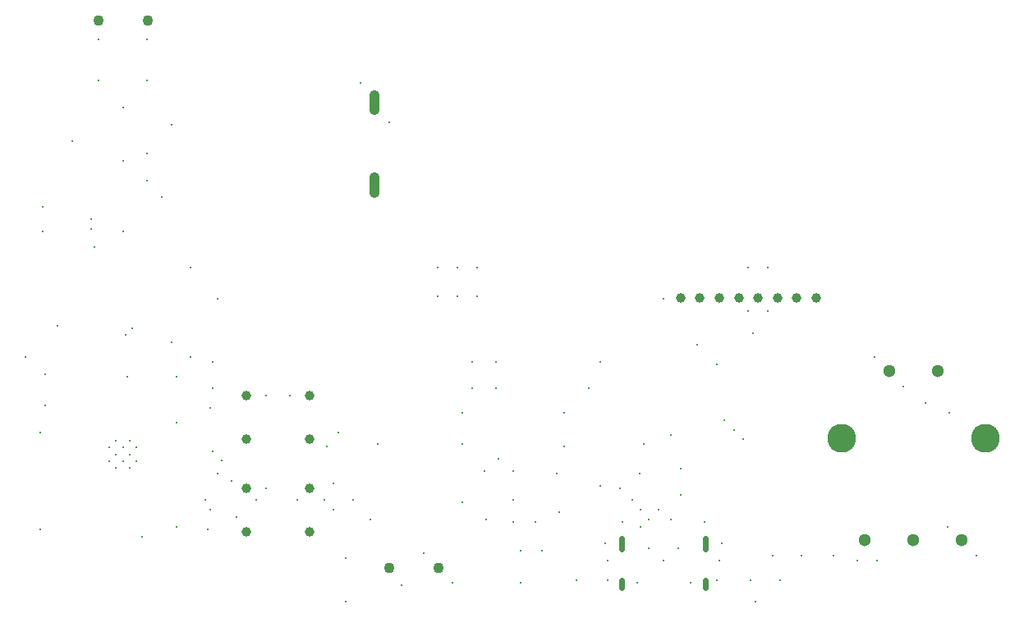
<source format=gbr>
%TF.GenerationSoftware,KiCad,Pcbnew,9.0.5*%
%TF.CreationDate,2025-10-16T17:25:58-04:00*%
%TF.ProjectId,phoenix_v2,70686f65-6e69-4785-9f76-322e6b696361,v3*%
%TF.SameCoordinates,Original*%
%TF.FileFunction,Plated,1,2,PTH,Mixed*%
%TF.FilePolarity,Positive*%
%FSLAX46Y46*%
G04 Gerber Fmt 4.6, Leading zero omitted, Abs format (unit mm)*
G04 Created by KiCad (PCBNEW 9.0.5) date 2025-10-16 17:25:58*
%MOMM*%
%LPD*%
G01*
G04 APERTURE LIST*
%TA.AperFunction,ViaDrill*%
%ADD10C,0.300000*%
%TD*%
%TA.AperFunction,ComponentDrill*%
%ADD11C,0.300000*%
%TD*%
G04 aperture for slot hole*
%TA.AperFunction,ComponentDrill*%
%ADD12C,0.600000*%
%TD*%
%TA.AperFunction,ComponentDrill*%
%ADD13C,1.000000*%
%TD*%
G04 aperture for slot hole*
%TA.AperFunction,ComponentDrill*%
%ADD14C,1.000000*%
%TD*%
%TA.AperFunction,ComponentDrill*%
%ADD15C,1.100000*%
%TD*%
%TA.AperFunction,ComponentDrill*%
%ADD16C,1.300000*%
%TD*%
%TA.AperFunction,ComponentDrill*%
%ADD17C,2.973200*%
%TD*%
G04 APERTURE END LIST*
D10*
X84200000Y-108100000D03*
X85700000Y-115850000D03*
X85700000Y-125850000D03*
X85950000Y-92600000D03*
X85950000Y-95100000D03*
X86200000Y-109850000D03*
X86200000Y-113100000D03*
X87450000Y-104850000D03*
X88950000Y-85850000D03*
X90950000Y-93850000D03*
X90950000Y-94850000D03*
X91262500Y-96712500D03*
X91700000Y-75350000D03*
X91700000Y-79600000D03*
X94200000Y-82350000D03*
X94200000Y-87850000D03*
X94200000Y-95100000D03*
X94450000Y-105850000D03*
X94700000Y-110100000D03*
X95200000Y-105100000D03*
X96200000Y-126600000D03*
X96700000Y-75350000D03*
X96700000Y-79600000D03*
X96700000Y-87100000D03*
X96700000Y-89850000D03*
X98200000Y-91600000D03*
X99200000Y-84100000D03*
X99200000Y-106600000D03*
X99700000Y-110100000D03*
X99700000Y-114850000D03*
X99700000Y-125600000D03*
X101200000Y-98850000D03*
X101200000Y-108100000D03*
X102700000Y-122850000D03*
X102950000Y-125850000D03*
X103200000Y-113350000D03*
X103200000Y-123850000D03*
X103450000Y-108600000D03*
X103450000Y-111350000D03*
X103450000Y-117850000D03*
X103950000Y-102100000D03*
X103950000Y-120100000D03*
X104396493Y-118796493D03*
X105450000Y-120850000D03*
X105950000Y-124600000D03*
X107950000Y-122850000D03*
X108950000Y-112100000D03*
X108950000Y-121600000D03*
X111450000Y-112100000D03*
X112200000Y-122850000D03*
X114950000Y-122850000D03*
X115200000Y-117350000D03*
X115950000Y-121100000D03*
X115950000Y-123850000D03*
X116450000Y-115850000D03*
X117200000Y-128850000D03*
X117200000Y-133350000D03*
X117950000Y-122850000D03*
X118700000Y-79850000D03*
X119700000Y-124850000D03*
X120450000Y-117100000D03*
X121700000Y-83850000D03*
X122950000Y-131600000D03*
X125200000Y-128350000D03*
X126700000Y-98850000D03*
X126700000Y-101850000D03*
X128200000Y-131350000D03*
X128700000Y-98850000D03*
X128700000Y-101850000D03*
X129200000Y-113850000D03*
X129200000Y-117100000D03*
X129200000Y-123100000D03*
X130200000Y-108600000D03*
X130200000Y-111350000D03*
X130700000Y-98850000D03*
X130700000Y-101850000D03*
X131450000Y-119850000D03*
X131700000Y-124850000D03*
X132700000Y-108600000D03*
X132700000Y-111350000D03*
X132950000Y-118600000D03*
X134450000Y-119850000D03*
X134450000Y-122850000D03*
X134450000Y-125100000D03*
X135200000Y-128100000D03*
X135200000Y-131350000D03*
X136700000Y-125100000D03*
X137450000Y-128100000D03*
X138950000Y-120100000D03*
X139200000Y-124100000D03*
X139700000Y-113850000D03*
X139700000Y-117350000D03*
X140950000Y-131100000D03*
X142200000Y-111350000D03*
X143450000Y-108600000D03*
X143450000Y-121350000D03*
X143950000Y-127350000D03*
X144200000Y-129100000D03*
X144200000Y-131100000D03*
X145450000Y-121600000D03*
X145700000Y-125100000D03*
X146700000Y-122850000D03*
X147200000Y-131350000D03*
X147450000Y-120100000D03*
X147550000Y-123850000D03*
X147550000Y-125600000D03*
X147950000Y-117100000D03*
X148450000Y-124850000D03*
X148450000Y-127850000D03*
X149450000Y-123850000D03*
X149950000Y-102100000D03*
X149950000Y-129100000D03*
X150700000Y-116100000D03*
X150700000Y-124850000D03*
X151472000Y-127850000D03*
X151700000Y-119600000D03*
X151700000Y-122350000D03*
X152700000Y-131350000D03*
X153450000Y-106850000D03*
X154200000Y-125100000D03*
X155450000Y-108850000D03*
X155450000Y-131100000D03*
X155700000Y-129100000D03*
X155950000Y-127350000D03*
X156200000Y-114600000D03*
X157200000Y-115600000D03*
X158200000Y-116600000D03*
X158700000Y-98850000D03*
X158700000Y-103350000D03*
X158950000Y-131100000D03*
X159200000Y-105600000D03*
X159450000Y-133350000D03*
X160700000Y-98850000D03*
X160700000Y-103350000D03*
X161200000Y-128600000D03*
X161950000Y-131100000D03*
X164200000Y-128600000D03*
X167450000Y-128600000D03*
X169950000Y-129100000D03*
X171700000Y-108100000D03*
X171950000Y-129100000D03*
X174700000Y-111100000D03*
X176950000Y-112850000D03*
X179200000Y-125600000D03*
X179450000Y-113850000D03*
X182200000Y-128600000D03*
D11*
%TO.C,U5*%
X92800000Y-117440000D03*
X92800000Y-118840000D03*
X93500000Y-116740000D03*
X93500000Y-118140000D03*
X93500000Y-119540000D03*
X94200000Y-117440000D03*
X94200000Y-118840000D03*
X94900000Y-116740000D03*
X94900000Y-118140000D03*
X94900000Y-119540000D03*
X95600000Y-117440000D03*
X95600000Y-118840000D03*
D12*
%TO.C,J1*%
X145630000Y-127870000D02*
X145630000Y-126770000D01*
X145630000Y-131900000D02*
X145630000Y-131100000D01*
X154270000Y-127870000D02*
X154270000Y-126770000D01*
X154270000Y-131900000D02*
X154270000Y-131100000D01*
D13*
%TO.C,SW1*%
X106950000Y-112100000D03*
X106950000Y-116600000D03*
%TO.C,SW2*%
X106950000Y-121600000D03*
X106950000Y-126100000D03*
%TO.C,SW1*%
X113450000Y-112100000D03*
X113450000Y-116600000D03*
%TO.C,SW2*%
X113450000Y-121600000D03*
X113450000Y-126100000D03*
D14*
%TO.C,U1*%
X120150000Y-82650000D02*
X120150000Y-81050000D01*
X120150000Y-91150000D02*
X120150000Y-89550000D01*
D13*
X151700000Y-102000000D03*
X153700000Y-102000000D03*
X155700000Y-102000000D03*
X157700000Y-102000000D03*
X159700000Y-102000000D03*
X161700000Y-102000000D03*
X163700000Y-102000000D03*
X165700000Y-102000000D03*
D15*
%TO.C,J2*%
X91660000Y-73350000D03*
X96740000Y-73350000D03*
%TO.C,J3*%
X121660000Y-129850000D03*
X126740000Y-129850000D03*
D16*
%TO.C,SW3*%
X170700000Y-127000000D03*
X173200000Y-109500000D03*
X175700000Y-127000000D03*
X178200000Y-109500000D03*
X180700000Y-127000000D03*
D17*
X168300000Y-116500000D03*
X183100000Y-116500000D03*
M02*

</source>
